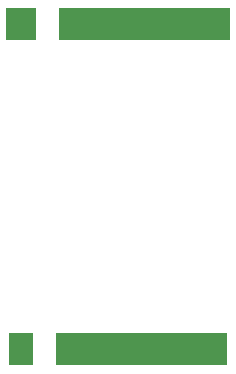
<source format=gbs>
G04*
G04 #@! TF.GenerationSoftware,Altium Limited,Altium Designer,22.2.1 (43)*
G04*
G04 Layer_Color=16711935*
%FSLAX25Y25*%
%MOIN*%
G70*
G04*
G04 #@! TF.SameCoordinates,5CCBFE73-73B7-4967-902F-BF686D1F8584*
G04*
G04*
G04 #@! TF.FilePolarity,Negative*
G04*
G01*
G75*
%ADD11R,0.02178X0.10642*%
D11*
X6890Y113189D02*
D03*
X8858D02*
D03*
X10827D02*
D03*
X12795D02*
D03*
X14764D02*
D03*
X24606D02*
D03*
X26575D02*
D03*
X28543D02*
D03*
X30512D02*
D03*
X32480D02*
D03*
X34449D02*
D03*
X36417D02*
D03*
X38386D02*
D03*
X40354D02*
D03*
X42323D02*
D03*
X44291D02*
D03*
X46260D02*
D03*
X48228D02*
D03*
X50197D02*
D03*
X52165D02*
D03*
X54134D02*
D03*
X56102D02*
D03*
X58071D02*
D03*
X60039D02*
D03*
X62008D02*
D03*
X63976D02*
D03*
X65945D02*
D03*
X67913D02*
D03*
X69882D02*
D03*
X71850D02*
D03*
X73819D02*
D03*
X75787D02*
D03*
X77756D02*
D03*
X79724D02*
D03*
X7874Y4921D02*
D03*
X9843D02*
D03*
X11811D02*
D03*
X13780D02*
D03*
X23622D02*
D03*
X25591D02*
D03*
X27559D02*
D03*
X29528D02*
D03*
X31496D02*
D03*
X33465D02*
D03*
X35433D02*
D03*
X37402D02*
D03*
X39370D02*
D03*
X41339D02*
D03*
X43307D02*
D03*
X45276D02*
D03*
X47244D02*
D03*
X49213D02*
D03*
X51181D02*
D03*
X53150D02*
D03*
X55118D02*
D03*
X57087D02*
D03*
X59055D02*
D03*
X61024D02*
D03*
X62992D02*
D03*
X64961D02*
D03*
X66929D02*
D03*
X68898D02*
D03*
X70866D02*
D03*
X72835D02*
D03*
X74803D02*
D03*
X76772D02*
D03*
X78740D02*
D03*
M02*

</source>
